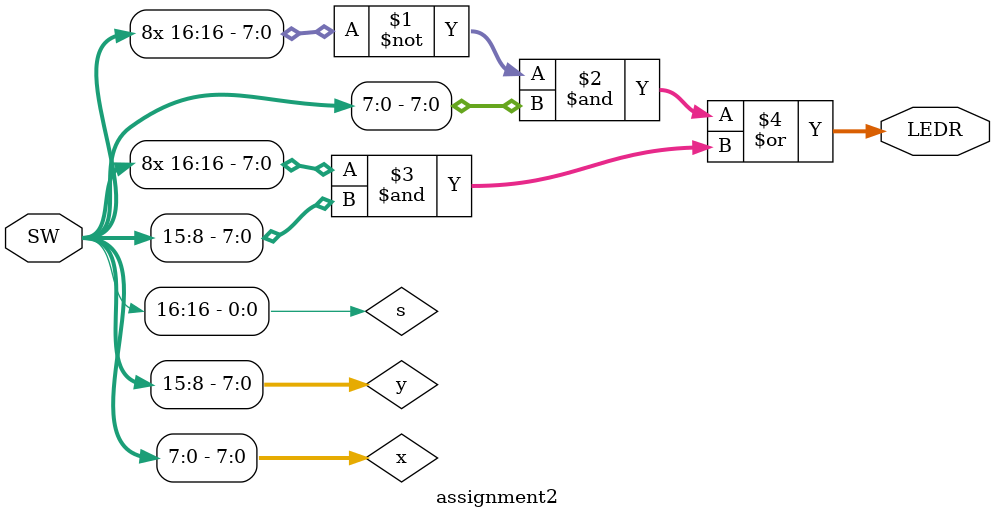
<source format=v>
module assignment2(
	input [16:0] SW,
	output [7:0] LEDR
);
	wire [7:0] x;
	wire [7:0] y;
	wire s;
	
	assign x = SW[7:0];
	assign y = SW[15:8];
	assign s = SW[16];
	assign LEDR = (~{8{s}} & x) | ({8{s}} & y); //Replication operator used for s
	
endmodule
</source>
